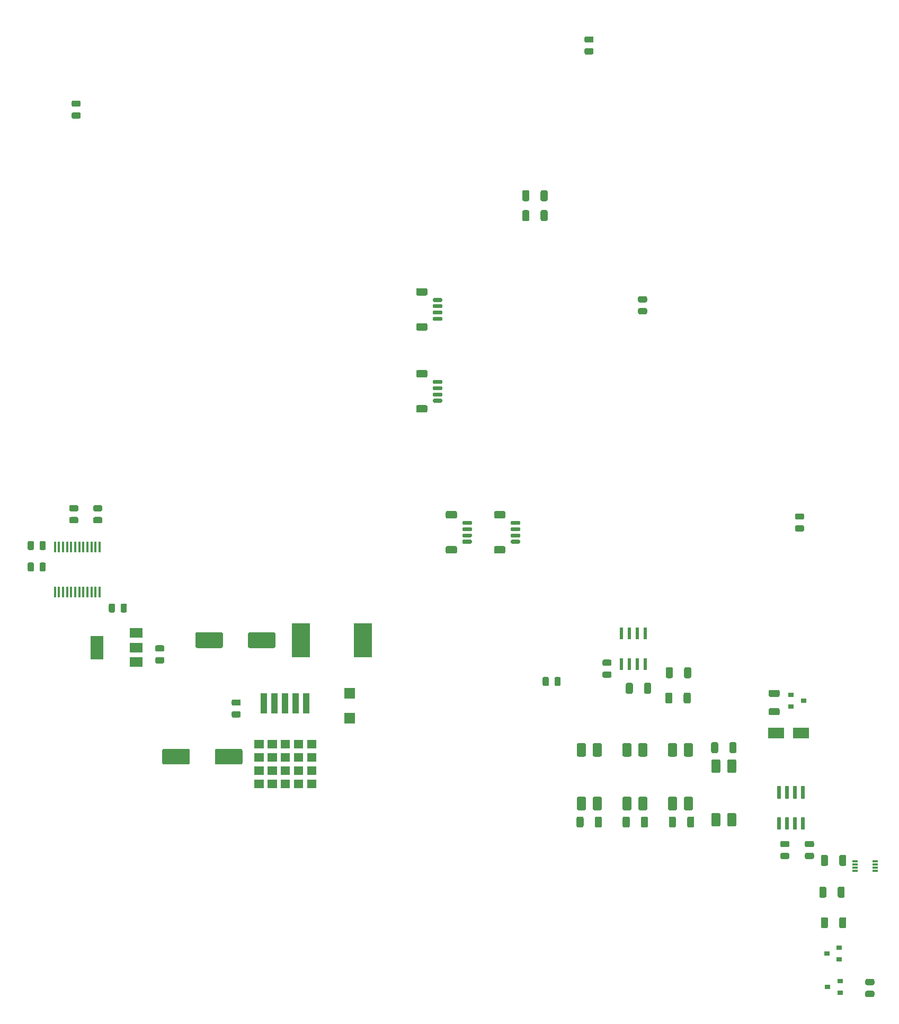
<source format=gbr>
%TF.GenerationSoftware,KiCad,Pcbnew,(5.1.10)-1*%
%TF.CreationDate,2022-08-04T08:13:07-06:00*%
%TF.ProjectId,AS14,41533134-2e6b-4696-9361-645f70636258,rev?*%
%TF.SameCoordinates,Original*%
%TF.FileFunction,Paste,Top*%
%TF.FilePolarity,Positive*%
%FSLAX46Y46*%
G04 Gerber Fmt 4.6, Leading zero omitted, Abs format (unit mm)*
G04 Created by KiCad (PCBNEW (5.1.10)-1) date 2022-08-04 08:13:07*
%MOMM*%
%LPD*%
G01*
G04 APERTURE LIST*
%ADD10C,0.010000*%
%ADD11R,0.900000X0.800000*%
%ADD12R,0.850000X0.300000*%
%ADD13R,2.000000X1.500000*%
%ADD14R,2.000000X3.800000*%
%ADD15R,0.450000X1.750000*%
%ADD16R,1.800000X1.800000*%
%ADD17R,0.530000X1.980000*%
%ADD18R,2.500000X1.800000*%
%ADD19R,1.050000X3.210000*%
%ADD20R,2.900000X5.400000*%
G04 APERTURE END LIST*
D10*
%TO.C,IC2*%
G36*
X70750500Y-139299300D02*
G01*
X70750500Y-140559300D01*
X69330500Y-140559300D01*
X69330500Y-139299300D01*
X70750500Y-139299300D01*
G37*
X70750500Y-139299300D02*
X70750500Y-140559300D01*
X69330500Y-140559300D01*
X69330500Y-139299300D01*
X70750500Y-139299300D01*
G36*
X70750500Y-141419300D02*
G01*
X70750500Y-142679300D01*
X69330500Y-142679300D01*
X69330500Y-141419300D01*
X70750500Y-141419300D01*
G37*
X70750500Y-141419300D02*
X70750500Y-142679300D01*
X69330500Y-142679300D01*
X69330500Y-141419300D01*
X70750500Y-141419300D01*
G36*
X70750500Y-137179300D02*
G01*
X70750500Y-138439300D01*
X69330500Y-138439300D01*
X69330500Y-137179300D01*
X70750500Y-137179300D01*
G37*
X70750500Y-137179300D02*
X70750500Y-138439300D01*
X69330500Y-138439300D01*
X69330500Y-137179300D01*
X70750500Y-137179300D01*
G36*
X70750500Y-135059300D02*
G01*
X70750500Y-136319300D01*
X69330500Y-136319300D01*
X69330500Y-135059300D01*
X70750500Y-135059300D01*
G37*
X70750500Y-135059300D02*
X70750500Y-136319300D01*
X69330500Y-136319300D01*
X69330500Y-135059300D01*
X70750500Y-135059300D01*
G36*
X72860500Y-139299300D02*
G01*
X72860500Y-140559300D01*
X71440500Y-140559300D01*
X71440500Y-139299300D01*
X72860500Y-139299300D01*
G37*
X72860500Y-139299300D02*
X72860500Y-140559300D01*
X71440500Y-140559300D01*
X71440500Y-139299300D01*
X72860500Y-139299300D01*
G36*
X74970500Y-139299300D02*
G01*
X74970500Y-140559300D01*
X73550500Y-140559300D01*
X73550500Y-139299300D01*
X74970500Y-139299300D01*
G37*
X74970500Y-139299300D02*
X74970500Y-140559300D01*
X73550500Y-140559300D01*
X73550500Y-139299300D01*
X74970500Y-139299300D01*
G36*
X68640500Y-139299300D02*
G01*
X68640500Y-140559300D01*
X67220500Y-140559300D01*
X67220500Y-139299300D01*
X68640500Y-139299300D01*
G37*
X68640500Y-139299300D02*
X68640500Y-140559300D01*
X67220500Y-140559300D01*
X67220500Y-139299300D01*
X68640500Y-139299300D01*
G36*
X66530500Y-139299300D02*
G01*
X66530500Y-140559300D01*
X65110500Y-140559300D01*
X65110500Y-139299300D01*
X66530500Y-139299300D01*
G37*
X66530500Y-139299300D02*
X66530500Y-140559300D01*
X65110500Y-140559300D01*
X65110500Y-139299300D01*
X66530500Y-139299300D01*
G36*
X72860500Y-141419300D02*
G01*
X72860500Y-142679300D01*
X71440500Y-142679300D01*
X71440500Y-141419300D01*
X72860500Y-141419300D01*
G37*
X72860500Y-141419300D02*
X72860500Y-142679300D01*
X71440500Y-142679300D01*
X71440500Y-141419300D01*
X72860500Y-141419300D01*
G36*
X74970500Y-141419300D02*
G01*
X74970500Y-142679300D01*
X73550500Y-142679300D01*
X73550500Y-141419300D01*
X74970500Y-141419300D01*
G37*
X74970500Y-141419300D02*
X74970500Y-142679300D01*
X73550500Y-142679300D01*
X73550500Y-141419300D01*
X74970500Y-141419300D01*
G36*
X68640500Y-141419300D02*
G01*
X68640500Y-142679300D01*
X67220500Y-142679300D01*
X67220500Y-141419300D01*
X68640500Y-141419300D01*
G37*
X68640500Y-141419300D02*
X68640500Y-142679300D01*
X67220500Y-142679300D01*
X67220500Y-141419300D01*
X68640500Y-141419300D01*
G36*
X66530500Y-141419300D02*
G01*
X66530500Y-142679300D01*
X65110500Y-142679300D01*
X65110500Y-141419300D01*
X66530500Y-141419300D01*
G37*
X66530500Y-141419300D02*
X66530500Y-142679300D01*
X65110500Y-142679300D01*
X65110500Y-141419300D01*
X66530500Y-141419300D01*
G36*
X68640500Y-137179300D02*
G01*
X68640500Y-138439300D01*
X67220500Y-138439300D01*
X67220500Y-137179300D01*
X68640500Y-137179300D01*
G37*
X68640500Y-137179300D02*
X68640500Y-138439300D01*
X67220500Y-138439300D01*
X67220500Y-137179300D01*
X68640500Y-137179300D01*
G36*
X66530500Y-137179300D02*
G01*
X66530500Y-138439300D01*
X65110500Y-138439300D01*
X65110500Y-137179300D01*
X66530500Y-137179300D01*
G37*
X66530500Y-137179300D02*
X66530500Y-138439300D01*
X65110500Y-138439300D01*
X65110500Y-137179300D01*
X66530500Y-137179300D01*
G36*
X72860500Y-137179300D02*
G01*
X72860500Y-138439300D01*
X71440500Y-138439300D01*
X71440500Y-137179300D01*
X72860500Y-137179300D01*
G37*
X72860500Y-137179300D02*
X72860500Y-138439300D01*
X71440500Y-138439300D01*
X71440500Y-137179300D01*
X72860500Y-137179300D01*
G36*
X72860500Y-135059300D02*
G01*
X72860500Y-136319300D01*
X71440500Y-136319300D01*
X71440500Y-135059300D01*
X72860500Y-135059300D01*
G37*
X72860500Y-135059300D02*
X72860500Y-136319300D01*
X71440500Y-136319300D01*
X71440500Y-135059300D01*
X72860500Y-135059300D01*
G36*
X74970500Y-135059300D02*
G01*
X74970500Y-136319300D01*
X73550500Y-136319300D01*
X73550500Y-135059300D01*
X74970500Y-135059300D01*
G37*
X74970500Y-135059300D02*
X74970500Y-136319300D01*
X73550500Y-136319300D01*
X73550500Y-135059300D01*
X74970500Y-135059300D01*
G36*
X74970500Y-137179300D02*
G01*
X74970500Y-138439300D01*
X73550500Y-138439300D01*
X73550500Y-137179300D01*
X74970500Y-137179300D01*
G37*
X74970500Y-137179300D02*
X74970500Y-138439300D01*
X73550500Y-138439300D01*
X73550500Y-137179300D01*
X74970500Y-137179300D01*
G36*
X68640500Y-135059300D02*
G01*
X68640500Y-136319300D01*
X67220500Y-136319300D01*
X67220500Y-135059300D01*
X68640500Y-135059300D01*
G37*
X68640500Y-135059300D02*
X68640500Y-136319300D01*
X67220500Y-136319300D01*
X67220500Y-135059300D01*
X68640500Y-135059300D01*
G36*
X66530500Y-135059300D02*
G01*
X66530500Y-136319300D01*
X65110500Y-136319300D01*
X65110500Y-135059300D01*
X66530500Y-135059300D01*
G37*
X66530500Y-135059300D02*
X66530500Y-136319300D01*
X65110500Y-136319300D01*
X65110500Y-135059300D01*
X66530500Y-135059300D01*
%TD*%
%TO.C,C18*%
G36*
G01*
X35796200Y-99459200D02*
X36746200Y-99459200D01*
G75*
G02*
X36996200Y-99709200I0J-250000D01*
G01*
X36996200Y-100209200D01*
G75*
G02*
X36746200Y-100459200I-250000J0D01*
G01*
X35796200Y-100459200D01*
G75*
G02*
X35546200Y-100209200I0J250000D01*
G01*
X35546200Y-99709200D01*
G75*
G02*
X35796200Y-99459200I250000J0D01*
G01*
G37*
G36*
G01*
X35796200Y-97559200D02*
X36746200Y-97559200D01*
G75*
G02*
X36996200Y-97809200I0J-250000D01*
G01*
X36996200Y-98309200D01*
G75*
G02*
X36746200Y-98559200I-250000J0D01*
G01*
X35796200Y-98559200D01*
G75*
G02*
X35546200Y-98309200I0J250000D01*
G01*
X35546200Y-97809200D01*
G75*
G02*
X35796200Y-97559200I250000J0D01*
G01*
G37*
%TD*%
%TO.C,C17*%
G36*
G01*
X153372800Y-153104000D02*
X154322800Y-153104000D01*
G75*
G02*
X154572800Y-153354000I0J-250000D01*
G01*
X154572800Y-153854000D01*
G75*
G02*
X154322800Y-154104000I-250000J0D01*
G01*
X153372800Y-154104000D01*
G75*
G02*
X153122800Y-153854000I0J250000D01*
G01*
X153122800Y-153354000D01*
G75*
G02*
X153372800Y-153104000I250000J0D01*
G01*
G37*
G36*
G01*
X153372800Y-151204000D02*
X154322800Y-151204000D01*
G75*
G02*
X154572800Y-151454000I0J-250000D01*
G01*
X154572800Y-151954000D01*
G75*
G02*
X154322800Y-152204000I-250000J0D01*
G01*
X153372800Y-152204000D01*
G75*
G02*
X153122800Y-151954000I0J250000D01*
G01*
X153122800Y-151454000D01*
G75*
G02*
X153372800Y-151204000I250000J0D01*
G01*
G37*
%TD*%
%TO.C,U7*%
G36*
G01*
X152548400Y-147413000D02*
X153064400Y-147413000D01*
G75*
G02*
X153106400Y-147455000I0J-42000D01*
G01*
X153106400Y-149341000D01*
G75*
G02*
X153064400Y-149383000I-42000J0D01*
G01*
X152548400Y-149383000D01*
G75*
G02*
X152506400Y-149341000I0J42000D01*
G01*
X152506400Y-147455000D01*
G75*
G02*
X152548400Y-147413000I42000J0D01*
G01*
G37*
G36*
G01*
X151278400Y-147413000D02*
X151794400Y-147413000D01*
G75*
G02*
X151836400Y-147455000I0J-42000D01*
G01*
X151836400Y-149341000D01*
G75*
G02*
X151794400Y-149383000I-42000J0D01*
G01*
X151278400Y-149383000D01*
G75*
G02*
X151236400Y-149341000I0J42000D01*
G01*
X151236400Y-147455000D01*
G75*
G02*
X151278400Y-147413000I42000J0D01*
G01*
G37*
G36*
G01*
X150008400Y-147413000D02*
X150524400Y-147413000D01*
G75*
G02*
X150566400Y-147455000I0J-42000D01*
G01*
X150566400Y-149341000D01*
G75*
G02*
X150524400Y-149383000I-42000J0D01*
G01*
X150008400Y-149383000D01*
G75*
G02*
X149966400Y-149341000I0J42000D01*
G01*
X149966400Y-147455000D01*
G75*
G02*
X150008400Y-147413000I42000J0D01*
G01*
G37*
G36*
G01*
X148738400Y-147413000D02*
X149254400Y-147413000D01*
G75*
G02*
X149296400Y-147455000I0J-42000D01*
G01*
X149296400Y-149341000D01*
G75*
G02*
X149254400Y-149383000I-42000J0D01*
G01*
X148738400Y-149383000D01*
G75*
G02*
X148696400Y-149341000I0J42000D01*
G01*
X148696400Y-147455000D01*
G75*
G02*
X148738400Y-147413000I42000J0D01*
G01*
G37*
G36*
G01*
X148738400Y-142463000D02*
X149254400Y-142463000D01*
G75*
G02*
X149296400Y-142505000I0J-42000D01*
G01*
X149296400Y-144391000D01*
G75*
G02*
X149254400Y-144433000I-42000J0D01*
G01*
X148738400Y-144433000D01*
G75*
G02*
X148696400Y-144391000I0J42000D01*
G01*
X148696400Y-142505000D01*
G75*
G02*
X148738400Y-142463000I42000J0D01*
G01*
G37*
G36*
G01*
X150008400Y-142463000D02*
X150524400Y-142463000D01*
G75*
G02*
X150566400Y-142505000I0J-42000D01*
G01*
X150566400Y-144391000D01*
G75*
G02*
X150524400Y-144433000I-42000J0D01*
G01*
X150008400Y-144433000D01*
G75*
G02*
X149966400Y-144391000I0J42000D01*
G01*
X149966400Y-142505000D01*
G75*
G02*
X150008400Y-142463000I42000J0D01*
G01*
G37*
G36*
G01*
X151278400Y-142463000D02*
X151794400Y-142463000D01*
G75*
G02*
X151836400Y-142505000I0J-42000D01*
G01*
X151836400Y-144391000D01*
G75*
G02*
X151794400Y-144433000I-42000J0D01*
G01*
X151278400Y-144433000D01*
G75*
G02*
X151236400Y-144391000I0J42000D01*
G01*
X151236400Y-142505000D01*
G75*
G02*
X151278400Y-142463000I42000J0D01*
G01*
G37*
G36*
G01*
X152548400Y-142463000D02*
X153064400Y-142463000D01*
G75*
G02*
X153106400Y-142505000I0J-42000D01*
G01*
X153106400Y-144391000D01*
G75*
G02*
X153064400Y-144433000I-42000J0D01*
G01*
X152548400Y-144433000D01*
G75*
G02*
X152506400Y-144391000I0J42000D01*
G01*
X152506400Y-142505000D01*
G75*
G02*
X152548400Y-142463000I42000J0D01*
G01*
G37*
%TD*%
D11*
%TO.C,D2*%
X156734000Y-174498000D03*
X158734000Y-173548000D03*
X158734000Y-175448000D03*
%TD*%
%TO.C,R8*%
G36*
G01*
X133818200Y-124958001D02*
X133818200Y-123707999D01*
G75*
G02*
X134068199Y-123458000I249999J0D01*
G01*
X134693201Y-123458000D01*
G75*
G02*
X134943200Y-123707999I0J-249999D01*
G01*
X134943200Y-124958001D01*
G75*
G02*
X134693201Y-125208000I-249999J0D01*
G01*
X134068199Y-125208000D01*
G75*
G02*
X133818200Y-124958001I0J249999D01*
G01*
G37*
G36*
G01*
X130893200Y-124958001D02*
X130893200Y-123707999D01*
G75*
G02*
X131143199Y-123458000I249999J0D01*
G01*
X131768201Y-123458000D01*
G75*
G02*
X132018200Y-123707999I0J-249999D01*
G01*
X132018200Y-124958001D01*
G75*
G02*
X131768201Y-125208000I-249999J0D01*
G01*
X131143199Y-125208000D01*
G75*
G02*
X130893200Y-124958001I0J249999D01*
G01*
G37*
%TD*%
%TO.C,R5*%
G36*
G01*
X133742000Y-128996601D02*
X133742000Y-127746599D01*
G75*
G02*
X133991999Y-127496600I249999J0D01*
G01*
X134617001Y-127496600D01*
G75*
G02*
X134867000Y-127746599I0J-249999D01*
G01*
X134867000Y-128996601D01*
G75*
G02*
X134617001Y-129246600I-249999J0D01*
G01*
X133991999Y-129246600D01*
G75*
G02*
X133742000Y-128996601I0J249999D01*
G01*
G37*
G36*
G01*
X130817000Y-128996601D02*
X130817000Y-127746599D01*
G75*
G02*
X131066999Y-127496600I249999J0D01*
G01*
X131692001Y-127496600D01*
G75*
G02*
X131942000Y-127746599I0J-249999D01*
G01*
X131942000Y-128996601D01*
G75*
G02*
X131692001Y-129246600I-249999J0D01*
G01*
X131066999Y-129246600D01*
G75*
G02*
X130817000Y-128996601I0J249999D01*
G01*
G37*
%TD*%
%TO.C,R4*%
G36*
G01*
X158608600Y-164886801D02*
X158608600Y-163636799D01*
G75*
G02*
X158858599Y-163386800I249999J0D01*
G01*
X159483601Y-163386800D01*
G75*
G02*
X159733600Y-163636799I0J-249999D01*
G01*
X159733600Y-164886801D01*
G75*
G02*
X159483601Y-165136800I-249999J0D01*
G01*
X158858599Y-165136800D01*
G75*
G02*
X158608600Y-164886801I0J249999D01*
G01*
G37*
G36*
G01*
X155683600Y-164886801D02*
X155683600Y-163636799D01*
G75*
G02*
X155933599Y-163386800I249999J0D01*
G01*
X156558601Y-163386800D01*
G75*
G02*
X156808600Y-163636799I0J-249999D01*
G01*
X156808600Y-164886801D01*
G75*
G02*
X156558601Y-165136800I-249999J0D01*
G01*
X155933599Y-165136800D01*
G75*
G02*
X155683600Y-164886801I0J249999D01*
G01*
G37*
%TD*%
%TO.C,R3*%
G36*
G01*
X158608600Y-154930001D02*
X158608600Y-153679999D01*
G75*
G02*
X158858599Y-153430000I249999J0D01*
G01*
X159483601Y-153430000D01*
G75*
G02*
X159733600Y-153679999I0J-249999D01*
G01*
X159733600Y-154930001D01*
G75*
G02*
X159483601Y-155180000I-249999J0D01*
G01*
X158858599Y-155180000D01*
G75*
G02*
X158608600Y-154930001I0J249999D01*
G01*
G37*
G36*
G01*
X155683600Y-154930001D02*
X155683600Y-153679999D01*
G75*
G02*
X155933599Y-153430000I249999J0D01*
G01*
X156558601Y-153430000D01*
G75*
G02*
X156808600Y-153679999I0J-249999D01*
G01*
X156808600Y-154930001D01*
G75*
G02*
X156558601Y-155180000I-249999J0D01*
G01*
X155933599Y-155180000D01*
G75*
G02*
X155683600Y-154930001I0J249999D01*
G01*
G37*
%TD*%
%TO.C,R2*%
G36*
G01*
X158354600Y-160010001D02*
X158354600Y-158759999D01*
G75*
G02*
X158604599Y-158510000I249999J0D01*
G01*
X159229601Y-158510000D01*
G75*
G02*
X159479600Y-158759999I0J-249999D01*
G01*
X159479600Y-160010001D01*
G75*
G02*
X159229601Y-160260000I-249999J0D01*
G01*
X158604599Y-160260000D01*
G75*
G02*
X158354600Y-160010001I0J249999D01*
G01*
G37*
G36*
G01*
X155429600Y-160010001D02*
X155429600Y-158759999D01*
G75*
G02*
X155679599Y-158510000I249999J0D01*
G01*
X156304601Y-158510000D01*
G75*
G02*
X156554600Y-158759999I0J-249999D01*
G01*
X156554600Y-160010001D01*
G75*
G02*
X156304601Y-160260000I-249999J0D01*
G01*
X155679599Y-160260000D01*
G75*
G02*
X155429600Y-160010001I0J249999D01*
G01*
G37*
%TD*%
D12*
%TO.C,IC3*%
X164312800Y-155944000D03*
X164312800Y-155444000D03*
X164312800Y-154944000D03*
X164312800Y-154444000D03*
X161162800Y-154444000D03*
X161162800Y-154944000D03*
X161162800Y-155444000D03*
X161162800Y-155944000D03*
%TD*%
D11*
%TO.C,D4*%
X156632400Y-169189400D03*
X158632400Y-168239400D03*
X158632400Y-170139400D03*
%TD*%
%TO.C,C5*%
G36*
G01*
X163974800Y-174251200D02*
X163024800Y-174251200D01*
G75*
G02*
X162774800Y-174001200I0J250000D01*
G01*
X162774800Y-173501200D01*
G75*
G02*
X163024800Y-173251200I250000J0D01*
G01*
X163974800Y-173251200D01*
G75*
G02*
X164224800Y-173501200I0J-250000D01*
G01*
X164224800Y-174001200D01*
G75*
G02*
X163974800Y-174251200I-250000J0D01*
G01*
G37*
G36*
G01*
X163974800Y-176151200D02*
X163024800Y-176151200D01*
G75*
G02*
X162774800Y-175901200I0J250000D01*
G01*
X162774800Y-175401200D01*
G75*
G02*
X163024800Y-175151200I250000J0D01*
G01*
X163974800Y-175151200D01*
G75*
G02*
X164224800Y-175401200I0J-250000D01*
G01*
X164224800Y-175901200D01*
G75*
G02*
X163974800Y-176151200I-250000J0D01*
G01*
G37*
%TD*%
%TO.C,C16*%
G36*
G01*
X149435800Y-153104000D02*
X150385800Y-153104000D01*
G75*
G02*
X150635800Y-153354000I0J-250000D01*
G01*
X150635800Y-153854000D01*
G75*
G02*
X150385800Y-154104000I-250000J0D01*
G01*
X149435800Y-154104000D01*
G75*
G02*
X149185800Y-153854000I0J250000D01*
G01*
X149185800Y-153354000D01*
G75*
G02*
X149435800Y-153104000I250000J0D01*
G01*
G37*
G36*
G01*
X149435800Y-151204000D02*
X150385800Y-151204000D01*
G75*
G02*
X150635800Y-151454000I0J-250000D01*
G01*
X150635800Y-151954000D01*
G75*
G02*
X150385800Y-152204000I-250000J0D01*
G01*
X149435800Y-152204000D01*
G75*
G02*
X149185800Y-151954000I0J250000D01*
G01*
X149185800Y-151454000D01*
G75*
G02*
X149435800Y-151204000I250000J0D01*
G01*
G37*
%TD*%
D13*
%TO.C,IC1*%
X46253800Y-122594400D03*
X46253800Y-117994400D03*
X46253800Y-120294400D03*
D14*
X39953800Y-120294400D03*
%TD*%
%TO.C,C11*%
G36*
G01*
X118143000Y-24580000D02*
X119093000Y-24580000D01*
G75*
G02*
X119343000Y-24830000I0J-250000D01*
G01*
X119343000Y-25330000D01*
G75*
G02*
X119093000Y-25580000I-250000J0D01*
G01*
X118143000Y-25580000D01*
G75*
G02*
X117893000Y-25330000I0J250000D01*
G01*
X117893000Y-24830000D01*
G75*
G02*
X118143000Y-24580000I250000J0D01*
G01*
G37*
G36*
G01*
X118143000Y-22680000D02*
X119093000Y-22680000D01*
G75*
G02*
X119343000Y-22930000I0J-250000D01*
G01*
X119343000Y-23430000D01*
G75*
G02*
X119093000Y-23680000I-250000J0D01*
G01*
X118143000Y-23680000D01*
G75*
G02*
X117893000Y-23430000I0J250000D01*
G01*
X117893000Y-22930000D01*
G75*
G02*
X118143000Y-22680000I250000J0D01*
G01*
G37*
%TD*%
%TO.C,C12*%
G36*
G01*
X126702800Y-66083600D02*
X127652800Y-66083600D01*
G75*
G02*
X127902800Y-66333600I0J-250000D01*
G01*
X127902800Y-66833600D01*
G75*
G02*
X127652800Y-67083600I-250000J0D01*
G01*
X126702800Y-67083600D01*
G75*
G02*
X126452800Y-66833600I0J250000D01*
G01*
X126452800Y-66333600D01*
G75*
G02*
X126702800Y-66083600I250000J0D01*
G01*
G37*
G36*
G01*
X126702800Y-64183600D02*
X127652800Y-64183600D01*
G75*
G02*
X127902800Y-64433600I0J-250000D01*
G01*
X127902800Y-64933600D01*
G75*
G02*
X127652800Y-65183600I-250000J0D01*
G01*
X126702800Y-65183600D01*
G75*
G02*
X126452800Y-64933600I0J250000D01*
G01*
X126452800Y-64433600D01*
G75*
G02*
X126702800Y-64183600I250000J0D01*
G01*
G37*
%TD*%
%TO.C,C3*%
G36*
G01*
X29903000Y-106967000D02*
X29903000Y-107917000D01*
G75*
G02*
X29653000Y-108167000I-250000J0D01*
G01*
X29153000Y-108167000D01*
G75*
G02*
X28903000Y-107917000I0J250000D01*
G01*
X28903000Y-106967000D01*
G75*
G02*
X29153000Y-106717000I250000J0D01*
G01*
X29653000Y-106717000D01*
G75*
G02*
X29903000Y-106967000I0J-250000D01*
G01*
G37*
G36*
G01*
X31803000Y-106967000D02*
X31803000Y-107917000D01*
G75*
G02*
X31553000Y-108167000I-250000J0D01*
G01*
X31053000Y-108167000D01*
G75*
G02*
X30803000Y-107917000I0J250000D01*
G01*
X30803000Y-106967000D01*
G75*
G02*
X31053000Y-106717000I250000J0D01*
G01*
X31553000Y-106717000D01*
G75*
G02*
X31803000Y-106967000I0J-250000D01*
G01*
G37*
%TD*%
D15*
%TO.C,U1*%
X33255000Y-104223000D03*
X33905000Y-104223000D03*
X34555000Y-104223000D03*
X35205000Y-104223000D03*
X35855000Y-104223000D03*
X36505000Y-104223000D03*
X37155000Y-104223000D03*
X37805000Y-104223000D03*
X38455000Y-104223000D03*
X39105000Y-104223000D03*
X39755000Y-104223000D03*
X40405000Y-104223000D03*
X40405000Y-111423000D03*
X39755000Y-111423000D03*
X39105000Y-111423000D03*
X38455000Y-111423000D03*
X37805000Y-111423000D03*
X37155000Y-111423000D03*
X36505000Y-111423000D03*
X35855000Y-111423000D03*
X35205000Y-111423000D03*
X34555000Y-111423000D03*
X33905000Y-111423000D03*
X33255000Y-111423000D03*
%TD*%
%TO.C,C2*%
G36*
G01*
X29903000Y-103538000D02*
X29903000Y-104488000D01*
G75*
G02*
X29653000Y-104738000I-250000J0D01*
G01*
X29153000Y-104738000D01*
G75*
G02*
X28903000Y-104488000I0J250000D01*
G01*
X28903000Y-103538000D01*
G75*
G02*
X29153000Y-103288000I250000J0D01*
G01*
X29653000Y-103288000D01*
G75*
G02*
X29903000Y-103538000I0J-250000D01*
G01*
G37*
G36*
G01*
X31803000Y-103538000D02*
X31803000Y-104488000D01*
G75*
G02*
X31553000Y-104738000I-250000J0D01*
G01*
X31053000Y-104738000D01*
G75*
G02*
X30803000Y-104488000I0J250000D01*
G01*
X30803000Y-103538000D01*
G75*
G02*
X31053000Y-103288000I250000J0D01*
G01*
X31553000Y-103288000D01*
G75*
G02*
X31803000Y-103538000I0J-250000D01*
G01*
G37*
%TD*%
%TO.C,C1*%
G36*
G01*
X39631600Y-99459200D02*
X40581600Y-99459200D01*
G75*
G02*
X40831600Y-99709200I0J-250000D01*
G01*
X40831600Y-100209200D01*
G75*
G02*
X40581600Y-100459200I-250000J0D01*
G01*
X39631600Y-100459200D01*
G75*
G02*
X39381600Y-100209200I0J250000D01*
G01*
X39381600Y-99709200D01*
G75*
G02*
X39631600Y-99459200I250000J0D01*
G01*
G37*
G36*
G01*
X39631600Y-97559200D02*
X40581600Y-97559200D01*
G75*
G02*
X40831600Y-97809200I0J-250000D01*
G01*
X40831600Y-98309200D01*
G75*
G02*
X40581600Y-98559200I-250000J0D01*
G01*
X39631600Y-98559200D01*
G75*
G02*
X39381600Y-98309200I0J250000D01*
G01*
X39381600Y-97809200D01*
G75*
G02*
X39631600Y-97559200I250000J0D01*
G01*
G37*
%TD*%
%TO.C,C15*%
G36*
G01*
X113099000Y-126205000D02*
X113099000Y-125255000D01*
G75*
G02*
X113349000Y-125005000I250000J0D01*
G01*
X113849000Y-125005000D01*
G75*
G02*
X114099000Y-125255000I0J-250000D01*
G01*
X114099000Y-126205000D01*
G75*
G02*
X113849000Y-126455000I-250000J0D01*
G01*
X113349000Y-126455000D01*
G75*
G02*
X113099000Y-126205000I0J250000D01*
G01*
G37*
G36*
G01*
X111199000Y-126205000D02*
X111199000Y-125255000D01*
G75*
G02*
X111449000Y-125005000I250000J0D01*
G01*
X111949000Y-125005000D01*
G75*
G02*
X112199000Y-125255000I0J-250000D01*
G01*
X112199000Y-126205000D01*
G75*
G02*
X111949000Y-126455000I-250000J0D01*
G01*
X111449000Y-126455000D01*
G75*
G02*
X111199000Y-126205000I0J250000D01*
G01*
G37*
%TD*%
%TO.C,R9*%
G36*
G01*
X125617400Y-126197199D02*
X125617400Y-127447201D01*
G75*
G02*
X125367401Y-127697200I-249999J0D01*
G01*
X124742399Y-127697200D01*
G75*
G02*
X124492400Y-127447201I0J249999D01*
G01*
X124492400Y-126197199D01*
G75*
G02*
X124742399Y-125947200I249999J0D01*
G01*
X125367401Y-125947200D01*
G75*
G02*
X125617400Y-126197199I0J-249999D01*
G01*
G37*
G36*
G01*
X128542400Y-126197199D02*
X128542400Y-127447201D01*
G75*
G02*
X128292401Y-127697200I-249999J0D01*
G01*
X127667399Y-127697200D01*
G75*
G02*
X127417400Y-127447201I0J249999D01*
G01*
X127417400Y-126197199D01*
G75*
G02*
X127667399Y-125947200I249999J0D01*
G01*
X128292401Y-125947200D01*
G75*
G02*
X128542400Y-126197199I0J-249999D01*
G01*
G37*
%TD*%
D16*
%TO.C,D3*%
X80365600Y-131616200D03*
X80365600Y-127616200D03*
%TD*%
%TO.C,R1*%
G36*
G01*
X147583998Y-129997500D02*
X148834002Y-129997500D01*
G75*
G02*
X149084000Y-130247498I0J-249998D01*
G01*
X149084000Y-130872502D01*
G75*
G02*
X148834002Y-131122500I-249998J0D01*
G01*
X147583998Y-131122500D01*
G75*
G02*
X147334000Y-130872502I0J249998D01*
G01*
X147334000Y-130247498D01*
G75*
G02*
X147583998Y-129997500I249998J0D01*
G01*
G37*
G36*
G01*
X147583998Y-127072500D02*
X148834002Y-127072500D01*
G75*
G02*
X149084000Y-127322498I0J-249998D01*
G01*
X149084000Y-127947502D01*
G75*
G02*
X148834002Y-128197500I-249998J0D01*
G01*
X147583998Y-128197500D01*
G75*
G02*
X147334000Y-127947502I0J249998D01*
G01*
X147334000Y-127322498D01*
G75*
G02*
X147583998Y-127072500I249998J0D01*
G01*
G37*
%TD*%
%TO.C,R11*%
G36*
G01*
X132500800Y-147558598D02*
X132500800Y-148808602D01*
G75*
G02*
X132250802Y-149058600I-249998J0D01*
G01*
X131625798Y-149058600D01*
G75*
G02*
X131375800Y-148808602I0J249998D01*
G01*
X131375800Y-147558598D01*
G75*
G02*
X131625798Y-147308600I249998J0D01*
G01*
X132250802Y-147308600D01*
G75*
G02*
X132500800Y-147558598I0J-249998D01*
G01*
G37*
G36*
G01*
X135425800Y-147558598D02*
X135425800Y-148808602D01*
G75*
G02*
X135175802Y-149058600I-249998J0D01*
G01*
X134550798Y-149058600D01*
G75*
G02*
X134300800Y-148808602I0J249998D01*
G01*
X134300800Y-147558598D01*
G75*
G02*
X134550798Y-147308600I249998J0D01*
G01*
X135175802Y-147308600D01*
G75*
G02*
X135425800Y-147558598I0J-249998D01*
G01*
G37*
%TD*%
%TO.C,R12*%
G36*
G01*
X125122100Y-147558598D02*
X125122100Y-148808602D01*
G75*
G02*
X124872102Y-149058600I-249998J0D01*
G01*
X124247098Y-149058600D01*
G75*
G02*
X123997100Y-148808602I0J249998D01*
G01*
X123997100Y-147558598D01*
G75*
G02*
X124247098Y-147308600I249998J0D01*
G01*
X124872102Y-147308600D01*
G75*
G02*
X125122100Y-147558598I0J-249998D01*
G01*
G37*
G36*
G01*
X128047100Y-147558598D02*
X128047100Y-148808602D01*
G75*
G02*
X127797102Y-149058600I-249998J0D01*
G01*
X127172098Y-149058600D01*
G75*
G02*
X126922100Y-148808602I0J249998D01*
G01*
X126922100Y-147558598D01*
G75*
G02*
X127172098Y-147308600I249998J0D01*
G01*
X127797102Y-147308600D01*
G75*
G02*
X128047100Y-147558598I0J-249998D01*
G01*
G37*
%TD*%
%TO.C,R13*%
G36*
G01*
X117743400Y-147558598D02*
X117743400Y-148808602D01*
G75*
G02*
X117493402Y-149058600I-249998J0D01*
G01*
X116868398Y-149058600D01*
G75*
G02*
X116618400Y-148808602I0J249998D01*
G01*
X116618400Y-147558598D01*
G75*
G02*
X116868398Y-147308600I249998J0D01*
G01*
X117493402Y-147308600D01*
G75*
G02*
X117743400Y-147558598I0J-249998D01*
G01*
G37*
G36*
G01*
X120668400Y-147558598D02*
X120668400Y-148808602D01*
G75*
G02*
X120418402Y-149058600I-249998J0D01*
G01*
X119793398Y-149058600D01*
G75*
G02*
X119543400Y-148808602I0J249998D01*
G01*
X119543400Y-147558598D01*
G75*
G02*
X119793398Y-147308600I249998J0D01*
G01*
X120418402Y-147308600D01*
G75*
G02*
X120668400Y-147558598I0J-249998D01*
G01*
G37*
%TD*%
%TO.C,R6*%
G36*
G01*
X109082000Y-47507997D02*
X109082000Y-48758003D01*
G75*
G02*
X108832003Y-49008000I-249997J0D01*
G01*
X108206997Y-49008000D01*
G75*
G02*
X107957000Y-48758003I0J249997D01*
G01*
X107957000Y-47507997D01*
G75*
G02*
X108206997Y-47258000I249997J0D01*
G01*
X108832003Y-47258000D01*
G75*
G02*
X109082000Y-47507997I0J-249997D01*
G01*
G37*
G36*
G01*
X112007000Y-47507997D02*
X112007000Y-48758003D01*
G75*
G02*
X111757003Y-49008000I-249997J0D01*
G01*
X111131997Y-49008000D01*
G75*
G02*
X110882000Y-48758003I0J249997D01*
G01*
X110882000Y-47507997D01*
G75*
G02*
X111131997Y-47258000I249997J0D01*
G01*
X111757003Y-47258000D01*
G75*
G02*
X112007000Y-47507997I0J-249997D01*
G01*
G37*
%TD*%
%TO.C,R7*%
G36*
G01*
X109082000Y-50682997D02*
X109082000Y-51933003D01*
G75*
G02*
X108832003Y-52183000I-249997J0D01*
G01*
X108206997Y-52183000D01*
G75*
G02*
X107957000Y-51933003I0J249997D01*
G01*
X107957000Y-50682997D01*
G75*
G02*
X108206997Y-50433000I249997J0D01*
G01*
X108832003Y-50433000D01*
G75*
G02*
X109082000Y-50682997I0J-249997D01*
G01*
G37*
G36*
G01*
X112007000Y-50682997D02*
X112007000Y-51933003D01*
G75*
G02*
X111757003Y-52183000I-249997J0D01*
G01*
X111131997Y-52183000D01*
G75*
G02*
X110882000Y-51933003I0J249997D01*
G01*
X110882000Y-50682997D01*
G75*
G02*
X111131997Y-50433000I249997J0D01*
G01*
X111757003Y-50433000D01*
G75*
G02*
X112007000Y-50682997I0J-249997D01*
G01*
G37*
%TD*%
%TO.C,C4*%
G36*
G01*
X36177200Y-34816200D02*
X37127200Y-34816200D01*
G75*
G02*
X37377200Y-35066200I0J-250000D01*
G01*
X37377200Y-35566200D01*
G75*
G02*
X37127200Y-35816200I-250000J0D01*
G01*
X36177200Y-35816200D01*
G75*
G02*
X35927200Y-35566200I0J250000D01*
G01*
X35927200Y-35066200D01*
G75*
G02*
X36177200Y-34816200I250000J0D01*
G01*
G37*
G36*
G01*
X36177200Y-32916200D02*
X37127200Y-32916200D01*
G75*
G02*
X37377200Y-33166200I0J-250000D01*
G01*
X37377200Y-33666200D01*
G75*
G02*
X37127200Y-33916200I-250000J0D01*
G01*
X36177200Y-33916200D01*
G75*
G02*
X35927200Y-33666200I0J250000D01*
G01*
X35927200Y-33166200D01*
G75*
G02*
X36177200Y-32916200I250000J0D01*
G01*
G37*
%TD*%
D17*
%TO.C,U2*%
X127584200Y-122988000D03*
X126314200Y-122988000D03*
X125044200Y-122988000D03*
X123774200Y-122988000D03*
X123774200Y-118058000D03*
X125044200Y-118058000D03*
X126314200Y-118058000D03*
X127584200Y-118058000D03*
%TD*%
%TO.C,C6*%
G36*
G01*
X49537600Y-121846800D02*
X50487600Y-121846800D01*
G75*
G02*
X50737600Y-122096800I0J-250000D01*
G01*
X50737600Y-122596800D01*
G75*
G02*
X50487600Y-122846800I-250000J0D01*
G01*
X49537600Y-122846800D01*
G75*
G02*
X49287600Y-122596800I0J250000D01*
G01*
X49287600Y-122096800D01*
G75*
G02*
X49537600Y-121846800I250000J0D01*
G01*
G37*
G36*
G01*
X49537600Y-119946800D02*
X50487600Y-119946800D01*
G75*
G02*
X50737600Y-120196800I0J-250000D01*
G01*
X50737600Y-120696800D01*
G75*
G02*
X50487600Y-120946800I-250000J0D01*
G01*
X49537600Y-120946800D01*
G75*
G02*
X49287600Y-120696800I0J250000D01*
G01*
X49287600Y-120196800D01*
G75*
G02*
X49537600Y-119946800I250000J0D01*
G01*
G37*
%TD*%
D18*
%TO.C,D1*%
X148495000Y-133985000D03*
X152495000Y-133985000D03*
%TD*%
D19*
%TO.C,IC2*%
X66640500Y-129239300D03*
X68340500Y-129239300D03*
X70040500Y-129239300D03*
X71740500Y-129239300D03*
X73440500Y-129239300D03*
%TD*%
%TO.C,C8*%
G36*
G01*
X62705000Y-129598000D02*
X61755000Y-129598000D01*
G75*
G02*
X61505000Y-129348000I0J250000D01*
G01*
X61505000Y-128848000D01*
G75*
G02*
X61755000Y-128598000I250000J0D01*
G01*
X62705000Y-128598000D01*
G75*
G02*
X62955000Y-128848000I0J-250000D01*
G01*
X62955000Y-129348000D01*
G75*
G02*
X62705000Y-129598000I-250000J0D01*
G01*
G37*
G36*
G01*
X62705000Y-131498000D02*
X61755000Y-131498000D01*
G75*
G02*
X61505000Y-131248000I0J250000D01*
G01*
X61505000Y-130748000D01*
G75*
G02*
X61755000Y-130498000I250000J0D01*
G01*
X62705000Y-130498000D01*
G75*
G02*
X62955000Y-130748000I0J-250000D01*
G01*
X62955000Y-131248000D01*
G75*
G02*
X62705000Y-131498000I-250000J0D01*
G01*
G37*
%TD*%
D20*
%TO.C,L1*%
X72596200Y-119126000D03*
X82496200Y-119126000D03*
%TD*%
%TO.C,C10*%
G36*
G01*
X60103000Y-118126000D02*
X60103000Y-120126000D01*
G75*
G02*
X59853000Y-120376000I-250000J0D01*
G01*
X55953000Y-120376000D01*
G75*
G02*
X55703000Y-120126000I0J250000D01*
G01*
X55703000Y-118126000D01*
G75*
G02*
X55953000Y-117876000I250000J0D01*
G01*
X59853000Y-117876000D01*
G75*
G02*
X60103000Y-118126000I0J-250000D01*
G01*
G37*
G36*
G01*
X68503000Y-118126000D02*
X68503000Y-120126000D01*
G75*
G02*
X68253000Y-120376000I-250000J0D01*
G01*
X64353000Y-120376000D01*
G75*
G02*
X64103000Y-120126000I0J250000D01*
G01*
X64103000Y-118126000D01*
G75*
G02*
X64353000Y-117876000I250000J0D01*
G01*
X68253000Y-117876000D01*
G75*
G02*
X68503000Y-118126000I0J-250000D01*
G01*
G37*
%TD*%
%TO.C,C9*%
G36*
G01*
X54819800Y-136744200D02*
X54819800Y-138744200D01*
G75*
G02*
X54569800Y-138994200I-250000J0D01*
G01*
X50669800Y-138994200D01*
G75*
G02*
X50419800Y-138744200I0J250000D01*
G01*
X50419800Y-136744200D01*
G75*
G02*
X50669800Y-136494200I250000J0D01*
G01*
X54569800Y-136494200D01*
G75*
G02*
X54819800Y-136744200I0J-250000D01*
G01*
G37*
G36*
G01*
X63219800Y-136744200D02*
X63219800Y-138744200D01*
G75*
G02*
X62969800Y-138994200I-250000J0D01*
G01*
X59069800Y-138994200D01*
G75*
G02*
X58819800Y-138744200I0J250000D01*
G01*
X58819800Y-136744200D01*
G75*
G02*
X59069800Y-136494200I250000J0D01*
G01*
X62969800Y-136494200D01*
G75*
G02*
X63219800Y-136744200I0J-250000D01*
G01*
G37*
%TD*%
%TO.C,R10*%
G36*
G01*
X141057200Y-136921403D02*
X141057200Y-135671397D01*
G75*
G02*
X141307197Y-135421400I249997J0D01*
G01*
X141932203Y-135421400D01*
G75*
G02*
X142182200Y-135671397I0J-249997D01*
G01*
X142182200Y-136921403D01*
G75*
G02*
X141932203Y-137171400I-249997J0D01*
G01*
X141307197Y-137171400D01*
G75*
G02*
X141057200Y-136921403I0J249997D01*
G01*
G37*
G36*
G01*
X138132200Y-136921403D02*
X138132200Y-135671397D01*
G75*
G02*
X138382197Y-135421400I249997J0D01*
G01*
X139007203Y-135421400D01*
G75*
G02*
X139257200Y-135671397I0J-249997D01*
G01*
X139257200Y-136921403D01*
G75*
G02*
X139007203Y-137171400I-249997J0D01*
G01*
X138382197Y-137171400D01*
G75*
G02*
X138132200Y-136921403I0J249997D01*
G01*
G37*
%TD*%
%TO.C,U3*%
G36*
G01*
X140953600Y-146740400D02*
X141900800Y-146740400D01*
G75*
G02*
X142167200Y-147006800I0J-266400D01*
G01*
X142167200Y-148624000D01*
G75*
G02*
X141900800Y-148890400I-266400J0D01*
G01*
X140953600Y-148890400D01*
G75*
G02*
X140687200Y-148624000I0J266400D01*
G01*
X140687200Y-147006800D01*
G75*
G02*
X140953600Y-146740400I266400J0D01*
G01*
G37*
G36*
G01*
X138413600Y-146740400D02*
X139360800Y-146740400D01*
G75*
G02*
X139627200Y-147006800I0J-266400D01*
G01*
X139627200Y-148624000D01*
G75*
G02*
X139360800Y-148890400I-266400J0D01*
G01*
X138413600Y-148890400D01*
G75*
G02*
X138147200Y-148624000I0J266400D01*
G01*
X138147200Y-147006800D01*
G75*
G02*
X138413600Y-146740400I266400J0D01*
G01*
G37*
G36*
G01*
X138413600Y-138180400D02*
X139360800Y-138180400D01*
G75*
G02*
X139627200Y-138446800I0J-266400D01*
G01*
X139627200Y-140064000D01*
G75*
G02*
X139360800Y-140330400I-266400J0D01*
G01*
X138413600Y-140330400D01*
G75*
G02*
X138147200Y-140064000I0J266400D01*
G01*
X138147200Y-138446800D01*
G75*
G02*
X138413600Y-138180400I266400J0D01*
G01*
G37*
G36*
G01*
X140953600Y-138180400D02*
X141900800Y-138180400D01*
G75*
G02*
X142167200Y-138446800I0J-266400D01*
G01*
X142167200Y-140064000D01*
G75*
G02*
X141900800Y-140330400I-266400J0D01*
G01*
X140953600Y-140330400D01*
G75*
G02*
X140687200Y-140064000I0J266400D01*
G01*
X140687200Y-138446800D01*
G75*
G02*
X140953600Y-138180400I266400J0D01*
G01*
G37*
%TD*%
%TO.C,C14*%
G36*
G01*
X151798000Y-100780000D02*
X152748000Y-100780000D01*
G75*
G02*
X152998000Y-101030000I0J-250000D01*
G01*
X152998000Y-101530000D01*
G75*
G02*
X152748000Y-101780000I-250000J0D01*
G01*
X151798000Y-101780000D01*
G75*
G02*
X151548000Y-101530000I0J250000D01*
G01*
X151548000Y-101030000D01*
G75*
G02*
X151798000Y-100780000I250000J0D01*
G01*
G37*
G36*
G01*
X151798000Y-98880000D02*
X152748000Y-98880000D01*
G75*
G02*
X152998000Y-99130000I0J-250000D01*
G01*
X152998000Y-99630000D01*
G75*
G02*
X152748000Y-99880000I-250000J0D01*
G01*
X151798000Y-99880000D01*
G75*
G02*
X151548000Y-99630000I0J250000D01*
G01*
X151548000Y-99130000D01*
G75*
G02*
X151798000Y-98880000I250000J0D01*
G01*
G37*
%TD*%
%TO.C,U5*%
G36*
G01*
X125153733Y-137739600D02*
X124206533Y-137739600D01*
G75*
G02*
X123940133Y-137473200I0J266400D01*
G01*
X123940133Y-135856000D01*
G75*
G02*
X124206533Y-135589600I266400J0D01*
G01*
X125153733Y-135589600D01*
G75*
G02*
X125420133Y-135856000I0J-266400D01*
G01*
X125420133Y-137473200D01*
G75*
G02*
X125153733Y-137739600I-266400J0D01*
G01*
G37*
G36*
G01*
X127693733Y-137739600D02*
X126746533Y-137739600D01*
G75*
G02*
X126480133Y-137473200I0J266400D01*
G01*
X126480133Y-135856000D01*
G75*
G02*
X126746533Y-135589600I266400J0D01*
G01*
X127693733Y-135589600D01*
G75*
G02*
X127960133Y-135856000I0J-266400D01*
G01*
X127960133Y-137473200D01*
G75*
G02*
X127693733Y-137739600I-266400J0D01*
G01*
G37*
G36*
G01*
X127693733Y-146299600D02*
X126746533Y-146299600D01*
G75*
G02*
X126480133Y-146033200I0J266400D01*
G01*
X126480133Y-144416000D01*
G75*
G02*
X126746533Y-144149600I266400J0D01*
G01*
X127693733Y-144149600D01*
G75*
G02*
X127960133Y-144416000I0J-266400D01*
G01*
X127960133Y-146033200D01*
G75*
G02*
X127693733Y-146299600I-266400J0D01*
G01*
G37*
G36*
G01*
X125153733Y-146299600D02*
X124206533Y-146299600D01*
G75*
G02*
X123940133Y-146033200I0J266400D01*
G01*
X123940133Y-144416000D01*
G75*
G02*
X124206533Y-144149600I266400J0D01*
G01*
X125153733Y-144149600D01*
G75*
G02*
X125420133Y-144416000I0J-266400D01*
G01*
X125420133Y-146033200D01*
G75*
G02*
X125153733Y-146299600I-266400J0D01*
G01*
G37*
%TD*%
%TO.C,U6*%
G36*
G01*
X117872400Y-137739600D02*
X116925200Y-137739600D01*
G75*
G02*
X116658800Y-137473200I0J266400D01*
G01*
X116658800Y-135856000D01*
G75*
G02*
X116925200Y-135589600I266400J0D01*
G01*
X117872400Y-135589600D01*
G75*
G02*
X118138800Y-135856000I0J-266400D01*
G01*
X118138800Y-137473200D01*
G75*
G02*
X117872400Y-137739600I-266400J0D01*
G01*
G37*
G36*
G01*
X120412400Y-137739600D02*
X119465200Y-137739600D01*
G75*
G02*
X119198800Y-137473200I0J266400D01*
G01*
X119198800Y-135856000D01*
G75*
G02*
X119465200Y-135589600I266400J0D01*
G01*
X120412400Y-135589600D01*
G75*
G02*
X120678800Y-135856000I0J-266400D01*
G01*
X120678800Y-137473200D01*
G75*
G02*
X120412400Y-137739600I-266400J0D01*
G01*
G37*
G36*
G01*
X120412400Y-146299600D02*
X119465200Y-146299600D01*
G75*
G02*
X119198800Y-146033200I0J266400D01*
G01*
X119198800Y-144416000D01*
G75*
G02*
X119465200Y-144149600I266400J0D01*
G01*
X120412400Y-144149600D01*
G75*
G02*
X120678800Y-144416000I0J-266400D01*
G01*
X120678800Y-146033200D01*
G75*
G02*
X120412400Y-146299600I-266400J0D01*
G01*
G37*
G36*
G01*
X117872400Y-146299600D02*
X116925200Y-146299600D01*
G75*
G02*
X116658800Y-146033200I0J266400D01*
G01*
X116658800Y-144416000D01*
G75*
G02*
X116925200Y-144149600I266400J0D01*
G01*
X117872400Y-144149600D01*
G75*
G02*
X118138800Y-144416000I0J-266400D01*
G01*
X118138800Y-146033200D01*
G75*
G02*
X117872400Y-146299600I-266400J0D01*
G01*
G37*
%TD*%
%TO.C,J1*%
G36*
G01*
X104987001Y-99698800D02*
X103686999Y-99698800D01*
G75*
G02*
X103437000Y-99448801I0J249999D01*
G01*
X103437000Y-98748799D01*
G75*
G02*
X103686999Y-98498800I249999J0D01*
G01*
X104987001Y-98498800D01*
G75*
G02*
X105237000Y-98748799I0J-249999D01*
G01*
X105237000Y-99448801D01*
G75*
G02*
X104987001Y-99698800I-249999J0D01*
G01*
G37*
G36*
G01*
X104987001Y-105298800D02*
X103686999Y-105298800D01*
G75*
G02*
X103437000Y-105048801I0J249999D01*
G01*
X103437000Y-104348799D01*
G75*
G02*
X103686999Y-104098800I249999J0D01*
G01*
X104987001Y-104098800D01*
G75*
G02*
X105237000Y-104348799I0J-249999D01*
G01*
X105237000Y-105048801D01*
G75*
G02*
X104987001Y-105298800I-249999J0D01*
G01*
G37*
G36*
G01*
X107487000Y-100698800D02*
X106237000Y-100698800D01*
G75*
G02*
X106087000Y-100548800I0J150000D01*
G01*
X106087000Y-100248800D01*
G75*
G02*
X106237000Y-100098800I150000J0D01*
G01*
X107487000Y-100098800D01*
G75*
G02*
X107637000Y-100248800I0J-150000D01*
G01*
X107637000Y-100548800D01*
G75*
G02*
X107487000Y-100698800I-150000J0D01*
G01*
G37*
G36*
G01*
X107487000Y-101698800D02*
X106237000Y-101698800D01*
G75*
G02*
X106087000Y-101548800I0J150000D01*
G01*
X106087000Y-101248800D01*
G75*
G02*
X106237000Y-101098800I150000J0D01*
G01*
X107487000Y-101098800D01*
G75*
G02*
X107637000Y-101248800I0J-150000D01*
G01*
X107637000Y-101548800D01*
G75*
G02*
X107487000Y-101698800I-150000J0D01*
G01*
G37*
G36*
G01*
X107487000Y-102698800D02*
X106237000Y-102698800D01*
G75*
G02*
X106087000Y-102548800I0J150000D01*
G01*
X106087000Y-102248800D01*
G75*
G02*
X106237000Y-102098800I150000J0D01*
G01*
X107487000Y-102098800D01*
G75*
G02*
X107637000Y-102248800I0J-150000D01*
G01*
X107637000Y-102548800D01*
G75*
G02*
X107487000Y-102698800I-150000J0D01*
G01*
G37*
G36*
G01*
X107487000Y-103698800D02*
X106237000Y-103698800D01*
G75*
G02*
X106087000Y-103548800I0J150000D01*
G01*
X106087000Y-103248800D01*
G75*
G02*
X106237000Y-103098800I150000J0D01*
G01*
X107487000Y-103098800D01*
G75*
G02*
X107637000Y-103248800I0J-150000D01*
G01*
X107637000Y-103548800D01*
G75*
G02*
X107487000Y-103698800I-150000J0D01*
G01*
G37*
%TD*%
%TO.C,C13*%
G36*
G01*
X121013200Y-124132800D02*
X121963200Y-124132800D01*
G75*
G02*
X122213200Y-124382800I0J-250000D01*
G01*
X122213200Y-124882800D01*
G75*
G02*
X121963200Y-125132800I-250000J0D01*
G01*
X121013200Y-125132800D01*
G75*
G02*
X120763200Y-124882800I0J250000D01*
G01*
X120763200Y-124382800D01*
G75*
G02*
X121013200Y-124132800I250000J0D01*
G01*
G37*
G36*
G01*
X121013200Y-122232800D02*
X121963200Y-122232800D01*
G75*
G02*
X122213200Y-122482800I0J-250000D01*
G01*
X122213200Y-122982800D01*
G75*
G02*
X121963200Y-123232800I-250000J0D01*
G01*
X121013200Y-123232800D01*
G75*
G02*
X120763200Y-122982800I0J250000D01*
G01*
X120763200Y-122482800D01*
G75*
G02*
X121013200Y-122232800I250000J0D01*
G01*
G37*
%TD*%
%TO.C,U4*%
G36*
G01*
X132435066Y-137739600D02*
X131487866Y-137739600D01*
G75*
G02*
X131221466Y-137473200I0J266400D01*
G01*
X131221466Y-135856000D01*
G75*
G02*
X131487866Y-135589600I266400J0D01*
G01*
X132435066Y-135589600D01*
G75*
G02*
X132701466Y-135856000I0J-266400D01*
G01*
X132701466Y-137473200D01*
G75*
G02*
X132435066Y-137739600I-266400J0D01*
G01*
G37*
G36*
G01*
X134975066Y-137739600D02*
X134027866Y-137739600D01*
G75*
G02*
X133761466Y-137473200I0J266400D01*
G01*
X133761466Y-135856000D01*
G75*
G02*
X134027866Y-135589600I266400J0D01*
G01*
X134975066Y-135589600D01*
G75*
G02*
X135241466Y-135856000I0J-266400D01*
G01*
X135241466Y-137473200D01*
G75*
G02*
X134975066Y-137739600I-266400J0D01*
G01*
G37*
G36*
G01*
X134975066Y-146299600D02*
X134027866Y-146299600D01*
G75*
G02*
X133761466Y-146033200I0J266400D01*
G01*
X133761466Y-144416000D01*
G75*
G02*
X134027866Y-144149600I266400J0D01*
G01*
X134975066Y-144149600D01*
G75*
G02*
X135241466Y-144416000I0J-266400D01*
G01*
X135241466Y-146033200D01*
G75*
G02*
X134975066Y-146299600I-266400J0D01*
G01*
G37*
G36*
G01*
X132435066Y-146299600D02*
X131487866Y-146299600D01*
G75*
G02*
X131221466Y-146033200I0J266400D01*
G01*
X131221466Y-144416000D01*
G75*
G02*
X131487866Y-144149600I266400J0D01*
G01*
X132435066Y-144149600D01*
G75*
G02*
X132701466Y-144416000I0J-266400D01*
G01*
X132701466Y-146033200D01*
G75*
G02*
X132435066Y-146299600I-266400J0D01*
G01*
G37*
%TD*%
D11*
%TO.C,Q1*%
X152892000Y-128778000D03*
X150892000Y-129728000D03*
X150892000Y-127828000D03*
%TD*%
%TO.C,J3*%
G36*
G01*
X97265401Y-99698800D02*
X95965399Y-99698800D01*
G75*
G02*
X95715400Y-99448801I0J249999D01*
G01*
X95715400Y-98748799D01*
G75*
G02*
X95965399Y-98498800I249999J0D01*
G01*
X97265401Y-98498800D01*
G75*
G02*
X97515400Y-98748799I0J-249999D01*
G01*
X97515400Y-99448801D01*
G75*
G02*
X97265401Y-99698800I-249999J0D01*
G01*
G37*
G36*
G01*
X97265401Y-105298800D02*
X95965399Y-105298800D01*
G75*
G02*
X95715400Y-105048801I0J249999D01*
G01*
X95715400Y-104348799D01*
G75*
G02*
X95965399Y-104098800I249999J0D01*
G01*
X97265401Y-104098800D01*
G75*
G02*
X97515400Y-104348799I0J-249999D01*
G01*
X97515400Y-105048801D01*
G75*
G02*
X97265401Y-105298800I-249999J0D01*
G01*
G37*
G36*
G01*
X99765400Y-100698800D02*
X98515400Y-100698800D01*
G75*
G02*
X98365400Y-100548800I0J150000D01*
G01*
X98365400Y-100248800D01*
G75*
G02*
X98515400Y-100098800I150000J0D01*
G01*
X99765400Y-100098800D01*
G75*
G02*
X99915400Y-100248800I0J-150000D01*
G01*
X99915400Y-100548800D01*
G75*
G02*
X99765400Y-100698800I-150000J0D01*
G01*
G37*
G36*
G01*
X99765400Y-101698800D02*
X98515400Y-101698800D01*
G75*
G02*
X98365400Y-101548800I0J150000D01*
G01*
X98365400Y-101248800D01*
G75*
G02*
X98515400Y-101098800I150000J0D01*
G01*
X99765400Y-101098800D01*
G75*
G02*
X99915400Y-101248800I0J-150000D01*
G01*
X99915400Y-101548800D01*
G75*
G02*
X99765400Y-101698800I-150000J0D01*
G01*
G37*
G36*
G01*
X99765400Y-102698800D02*
X98515400Y-102698800D01*
G75*
G02*
X98365400Y-102548800I0J150000D01*
G01*
X98365400Y-102248800D01*
G75*
G02*
X98515400Y-102098800I150000J0D01*
G01*
X99765400Y-102098800D01*
G75*
G02*
X99915400Y-102248800I0J-150000D01*
G01*
X99915400Y-102548800D01*
G75*
G02*
X99765400Y-102698800I-150000J0D01*
G01*
G37*
G36*
G01*
X99765400Y-103698800D02*
X98515400Y-103698800D01*
G75*
G02*
X98365400Y-103548800I0J150000D01*
G01*
X98365400Y-103248800D01*
G75*
G02*
X98515400Y-103098800I150000J0D01*
G01*
X99765400Y-103098800D01*
G75*
G02*
X99915400Y-103248800I0J-150000D01*
G01*
X99915400Y-103548800D01*
G75*
G02*
X99765400Y-103698800I-150000J0D01*
G01*
G37*
%TD*%
%TO.C,J18*%
G36*
G01*
X92541001Y-77175000D02*
X91240999Y-77175000D01*
G75*
G02*
X90991000Y-76925001I0J249999D01*
G01*
X90991000Y-76224999D01*
G75*
G02*
X91240999Y-75975000I249999J0D01*
G01*
X92541001Y-75975000D01*
G75*
G02*
X92791000Y-76224999I0J-249999D01*
G01*
X92791000Y-76925001D01*
G75*
G02*
X92541001Y-77175000I-249999J0D01*
G01*
G37*
G36*
G01*
X92541001Y-82775000D02*
X91240999Y-82775000D01*
G75*
G02*
X90991000Y-82525001I0J249999D01*
G01*
X90991000Y-81824999D01*
G75*
G02*
X91240999Y-81575000I249999J0D01*
G01*
X92541001Y-81575000D01*
G75*
G02*
X92791000Y-81824999I0J-249999D01*
G01*
X92791000Y-82525001D01*
G75*
G02*
X92541001Y-82775000I-249999J0D01*
G01*
G37*
G36*
G01*
X95041000Y-78175000D02*
X93791000Y-78175000D01*
G75*
G02*
X93641000Y-78025000I0J150000D01*
G01*
X93641000Y-77725000D01*
G75*
G02*
X93791000Y-77575000I150000J0D01*
G01*
X95041000Y-77575000D01*
G75*
G02*
X95191000Y-77725000I0J-150000D01*
G01*
X95191000Y-78025000D01*
G75*
G02*
X95041000Y-78175000I-150000J0D01*
G01*
G37*
G36*
G01*
X95041000Y-79175000D02*
X93791000Y-79175000D01*
G75*
G02*
X93641000Y-79025000I0J150000D01*
G01*
X93641000Y-78725000D01*
G75*
G02*
X93791000Y-78575000I150000J0D01*
G01*
X95041000Y-78575000D01*
G75*
G02*
X95191000Y-78725000I0J-150000D01*
G01*
X95191000Y-79025000D01*
G75*
G02*
X95041000Y-79175000I-150000J0D01*
G01*
G37*
G36*
G01*
X95041000Y-80175000D02*
X93791000Y-80175000D01*
G75*
G02*
X93641000Y-80025000I0J150000D01*
G01*
X93641000Y-79725000D01*
G75*
G02*
X93791000Y-79575000I150000J0D01*
G01*
X95041000Y-79575000D01*
G75*
G02*
X95191000Y-79725000I0J-150000D01*
G01*
X95191000Y-80025000D01*
G75*
G02*
X95041000Y-80175000I-150000J0D01*
G01*
G37*
G36*
G01*
X95041000Y-81175000D02*
X93791000Y-81175000D01*
G75*
G02*
X93641000Y-81025000I0J150000D01*
G01*
X93641000Y-80725000D01*
G75*
G02*
X93791000Y-80575000I150000J0D01*
G01*
X95041000Y-80575000D01*
G75*
G02*
X95191000Y-80725000I0J-150000D01*
G01*
X95191000Y-81025000D01*
G75*
G02*
X95041000Y-81175000I-150000J0D01*
G01*
G37*
%TD*%
%TO.C,J19*%
G36*
G01*
X92541001Y-64094000D02*
X91240999Y-64094000D01*
G75*
G02*
X90991000Y-63844001I0J249999D01*
G01*
X90991000Y-63143999D01*
G75*
G02*
X91240999Y-62894000I249999J0D01*
G01*
X92541001Y-62894000D01*
G75*
G02*
X92791000Y-63143999I0J-249999D01*
G01*
X92791000Y-63844001D01*
G75*
G02*
X92541001Y-64094000I-249999J0D01*
G01*
G37*
G36*
G01*
X92541001Y-69694000D02*
X91240999Y-69694000D01*
G75*
G02*
X90991000Y-69444001I0J249999D01*
G01*
X90991000Y-68743999D01*
G75*
G02*
X91240999Y-68494000I249999J0D01*
G01*
X92541001Y-68494000D01*
G75*
G02*
X92791000Y-68743999I0J-249999D01*
G01*
X92791000Y-69444001D01*
G75*
G02*
X92541001Y-69694000I-249999J0D01*
G01*
G37*
G36*
G01*
X95041000Y-65094000D02*
X93791000Y-65094000D01*
G75*
G02*
X93641000Y-64944000I0J150000D01*
G01*
X93641000Y-64644000D01*
G75*
G02*
X93791000Y-64494000I150000J0D01*
G01*
X95041000Y-64494000D01*
G75*
G02*
X95191000Y-64644000I0J-150000D01*
G01*
X95191000Y-64944000D01*
G75*
G02*
X95041000Y-65094000I-150000J0D01*
G01*
G37*
G36*
G01*
X95041000Y-66094000D02*
X93791000Y-66094000D01*
G75*
G02*
X93641000Y-65944000I0J150000D01*
G01*
X93641000Y-65644000D01*
G75*
G02*
X93791000Y-65494000I150000J0D01*
G01*
X95041000Y-65494000D01*
G75*
G02*
X95191000Y-65644000I0J-150000D01*
G01*
X95191000Y-65944000D01*
G75*
G02*
X95041000Y-66094000I-150000J0D01*
G01*
G37*
G36*
G01*
X95041000Y-67094000D02*
X93791000Y-67094000D01*
G75*
G02*
X93641000Y-66944000I0J150000D01*
G01*
X93641000Y-66644000D01*
G75*
G02*
X93791000Y-66494000I150000J0D01*
G01*
X95041000Y-66494000D01*
G75*
G02*
X95191000Y-66644000I0J-150000D01*
G01*
X95191000Y-66944000D01*
G75*
G02*
X95041000Y-67094000I-150000J0D01*
G01*
G37*
G36*
G01*
X95041000Y-68094000D02*
X93791000Y-68094000D01*
G75*
G02*
X93641000Y-67944000I0J150000D01*
G01*
X93641000Y-67644000D01*
G75*
G02*
X93791000Y-67494000I150000J0D01*
G01*
X95041000Y-67494000D01*
G75*
G02*
X95191000Y-67644000I0J-150000D01*
G01*
X95191000Y-67944000D01*
G75*
G02*
X95041000Y-68094000I-150000J0D01*
G01*
G37*
%TD*%
%TO.C,C7*%
G36*
G01*
X42857000Y-113520200D02*
X42857000Y-114470200D01*
G75*
G02*
X42607000Y-114720200I-250000J0D01*
G01*
X42107000Y-114720200D01*
G75*
G02*
X41857000Y-114470200I0J250000D01*
G01*
X41857000Y-113520200D01*
G75*
G02*
X42107000Y-113270200I250000J0D01*
G01*
X42607000Y-113270200D01*
G75*
G02*
X42857000Y-113520200I0J-250000D01*
G01*
G37*
G36*
G01*
X44757000Y-113520200D02*
X44757000Y-114470200D01*
G75*
G02*
X44507000Y-114720200I-250000J0D01*
G01*
X44007000Y-114720200D01*
G75*
G02*
X43757000Y-114470200I0J250000D01*
G01*
X43757000Y-113520200D01*
G75*
G02*
X44007000Y-113270200I250000J0D01*
G01*
X44507000Y-113270200D01*
G75*
G02*
X44757000Y-113520200I0J-250000D01*
G01*
G37*
%TD*%
M02*

</source>
